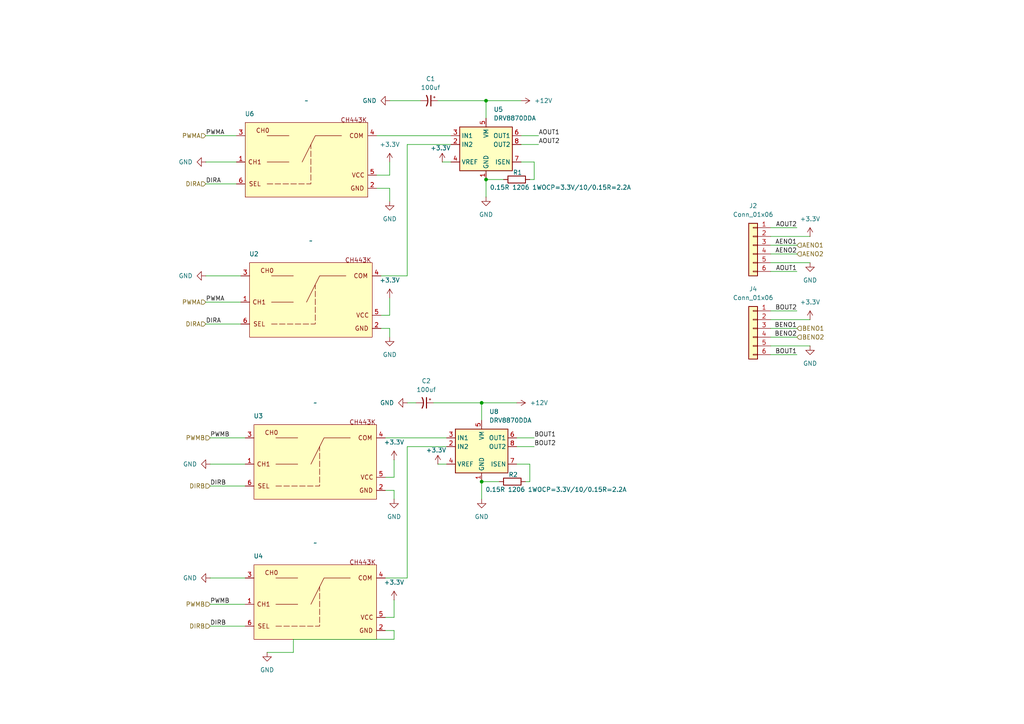
<source format=kicad_sch>
(kicad_sch (version 20241209) (generator "eeschema") (generator_version "9.0")
  (paper "A4")
  (lib_symbols
    (symbol "CH443K_1"
      (property "Reference" "U" (at -13.208 -2.54 0))
      (property "Footprint" "Package_TO_SOT_SMD:SOT-363_SC-70-6" (at 0 0 0))
      (symbol "CH443K_1_1_1"
        (rectangle (start -15.24 -3.81) (end 20.32 -25.4) (fill (type background)))
        (polyline (pts (xy -8.89 -7.62) (xy -2.54 -7.62)))
        (polyline (pts (xy -8.89 -15.24) (xy -2.54 -15.24)))
        (polyline (pts (xy -8.89 -21.59) (xy 3.81 -21.59) (xy 3.81 -10.16)) (stroke (width 0) (type dash)))
        (polyline (pts (xy 1.27 -15.24) (xy 5.08 -7.62) (xy 12.7 -7.62)))
        (text "CH1" (at -12.446 -15.24 0) (effects (font (size 1.27 1.27))))
        (text "SEL" (at -12.446 -21.59 0) (effects (font (size 1.27 1.27))))
        (text "CH0" (at -10.16 -6.096 0) (effects (font (size 1.27 1.27))))
        (text "CH443K\n" (at 16.256 -3.048 0) (effects (font (size 1.27 1.27))))
        (text "COM" (at 17.018 -7.62 0) (effects (font (size 1.27 1.27))))
        (text "GND" (at 17.272 -22.86 0) (effects (font (size 1.27 1.27))))
        (text "VCC" (at 17.526 -19.05 0) (effects (font (size 1.27 1.27))))
        (pin unspecified line (at -17.78 -7.62 0) (length 2.54) (name "") (number "3"))
        (pin unspecified line (at -17.78 -15.24 0) (length 2.54) (name "") (number "1"))
        (pin unspecified line (at -17.78 -21.59 0) (length 2.54) (name "") (number "6"))
        (pin output line (at 22.86 -7.62 180) (length 2.54) (name "") (number "4"))
        (pin unspecified line (at 22.86 -19.05 180) (length 2.54) (name "") (number "5"))
        (pin unspecified line (at 22.86 -22.86 180) (length 2.54) (name "") (number "2"))
      )
    )
    (symbol "CH443K_2"
      (property "Reference" "U" (at -13.208 -2.54 0))
      (property "Footprint" "Package_TO_SOT_SMD:SOT-363_SC-70-6" (at 0 0 0))
      (symbol "CH443K_2_1_1"
        (rectangle (start -15.24 -3.81) (end 20.32 -25.4) (fill (type background)))
        (polyline (pts (xy -8.89 -7.62) (xy -2.54 -7.62)))
        (polyline (pts (xy -8.89 -15.24) (xy -2.54 -15.24)))
        (polyline (pts (xy -8.89 -21.59) (xy 3.81 -21.59) (xy 3.81 -10.16)) (stroke (width 0) (type dash)))
        (polyline (pts (xy 1.27 -15.24) (xy 5.08 -7.62) (xy 12.7 -7.62)))
        (text "CH1" (at -12.446 -15.24 0) (effects (font (size 1.27 1.27))))
        (text "SEL" (at -12.446 -21.59 0) (effects (font (size 1.27 1.27))))
        (text "CH0" (at -10.16 -6.096 0) (effects (font (size 1.27 1.27))))
        (text "CH443K\n" (at 16.256 -3.048 0) (effects (font (size 1.27 1.27))))
        (text "COM" (at 17.018 -7.62 0) (effects (font (size 1.27 1.27))))
        (text "GND" (at 17.272 -22.86 0) (effects (font (size 1.27 1.27))))
        (text "VCC" (at 17.526 -19.05 0) (effects (font (size 1.27 1.27))))
        (pin unspecified line (at -17.78 -7.62 0) (length 2.54) (name "") (number "3"))
        (pin unspecified line (at -17.78 -15.24 0) (length 2.54) (name "") (number "1"))
        (pin unspecified line (at -17.78 -21.59 0) (length 2.54) (name "") (number "6"))
        (pin unspecified line (at 22.86 -7.62 180) (length 2.54) (name "") (number "4"))
        (pin unspecified line (at 22.86 -19.05 180) (length 2.54) (name "") (number "5"))
        (pin unspecified line (at 22.86 -22.86 180) (length 2.54) (name "") (number "2"))
      )
    )
    (symbol "CH443K_3"
      (property "Reference" "U" (at -13.208 -2.54 0))
      (property "Footprint" "Package_TO_SOT_SMD:SOT-363_SC-70-6" (at 0 0 0))
      (symbol "CH443K_3_1_1"
        (rectangle (start -15.24 -3.81) (end 20.32 -25.4) (fill (type background)))
        (polyline (pts (xy -8.89 -7.62) (xy -2.54 -7.62)))
        (polyline (pts (xy -8.89 -15.24) (xy -2.54 -15.24)))
        (polyline (pts (xy -8.89 -21.59) (xy 3.81 -21.59) (xy 3.81 -10.16)) (stroke (width 0) (type dash)))
        (polyline (pts (xy 1.27 -15.24) (xy 5.08 -7.62) (xy 12.7 -7.62)))
        (text "CH1" (at -12.446 -15.24 0) (effects (font (size 1.27 1.27))))
        (text "SEL" (at -12.446 -21.59 0) (effects (font (size 1.27 1.27))))
        (text "CH0" (at -10.16 -6.096 0) (effects (font (size 1.27 1.27))))
        (text "CH443K\n" (at 16.256 -3.048 0) (effects (font (size 1.27 1.27))))
        (text "COM" (at 17.018 -7.62 0) (effects (font (size 1.27 1.27))))
        (text "GND" (at 17.272 -22.86 0) (effects (font (size 1.27 1.27))))
        (text "VCC" (at 17.526 -19.05 0) (effects (font (size 1.27 1.27))))
        (pin unspecified line (at -17.78 -7.62 0) (length 2.54) (name "") (number "3"))
        (pin unspecified line (at -17.78 -15.24 0) (length 2.54) (name "") (number "1"))
        (pin unspecified line (at -17.78 -21.59 0) (length 2.54) (name "") (number "6"))
        (pin unspecified line (at 22.86 -7.62 180) (length 2.54) (name "") (number "4"))
        (pin unspecified line (at 22.86 -19.05 180) (length 2.54) (name "") (number "5"))
        (pin unspecified line (at 22.86 -22.86 180) (length 2.54) (name "") (number "2"))
      )
    )
    (symbol "Library:+12V" (power) (pin_numbers (hide yes)) (pin_names (offset 0) (hide yes))
      (property "Value" "+12V" (at 0 3.556 0))
      (symbol "+12V_0_1"
        (polyline (pts (xy -0.762 1.27) (xy 0 2.54)))
        (polyline (pts (xy 0 2.54) (xy 0.762 1.27)))
        (polyline (pts (xy 0 0) (xy 0 2.54)))
      )
      (symbol "+12V_1_1"
        (pin power_in line (at 0 0 90) (length 0) (name "~") (number "1"))
      )
    )
    (symbol "Library:+3.3V" (power) (pin_numbers (hide yes)) (pin_names (offset 0) (hide yes))
      (property "Value" "+3.3V" (at 0 3.556 0))
      (symbol "+3.3V_0_1"
        (polyline (pts (xy -0.762 1.27) (xy 0 2.54)))
        (polyline (pts (xy 0 2.54) (xy 0.762 1.27)))
        (polyline (pts (xy 0 0) (xy 0 2.54)))
      )
      (symbol "+3.3V_1_1"
        (pin power_in line (at 0 0 90) (length 0) (name "~") (number "1"))
      )
    )
    (symbol "Library:CH443K"
      (property "Reference" "U" (at -13.208 -2.54 0))
      (property "Footprint" "Package_TO_SOT_SMD:SOT-363_SC-70-6" (at 0 0 0))
      (symbol "CH443K_1_1"
        (rectangle (start -15.24 -3.81) (end 20.32 -25.4) (fill (type background)))
        (polyline (pts (xy -8.89 -7.62) (xy -2.54 -7.62)))
        (polyline (pts (xy -8.89 -15.24) (xy -2.54 -15.24)))
        (polyline (pts (xy -8.89 -21.59) (xy 3.81 -21.59) (xy 3.81 -10.16)) (stroke (width 0) (type dash)))
        (polyline (pts (xy 1.27 -15.24) (xy 5.08 -7.62) (xy 12.7 -7.62)))
        (text "CH1" (at -12.446 -15.24 0) (effects (font (size 1.27 1.27))))
        (text "SEL" (at -12.446 -21.59 0) (effects (font (size 1.27 1.27))))
        (text "CH0" (at -10.16 -6.096 0) (effects (font (size 1.27 1.27))))
        (text "CH443K\n" (at 16.256 -3.048 0) (effects (font (size 1.27 1.27))))
        (text "COM" (at 17.018 -7.62 0) (effects (font (size 1.27 1.27))))
        (text "GND" (at 17.272 -22.86 0) (effects (font (size 1.27 1.27))))
        (text "VCC" (at 17.526 -19.05 0) (effects (font (size 1.27 1.27))))
        (pin unspecified line (at -17.78 -7.62 0) (length 2.54) (name "") (number "3"))
        (pin unspecified line (at -17.78 -15.24 0) (length 2.54) (name "") (number "1"))
        (pin unspecified line (at -17.78 -21.59 0) (length 2.54) (name "") (number "6"))
        (pin unspecified line (at 22.86 -7.62 180) (length 2.54) (name "") (number "4"))
        (pin unspecified line (at 22.86 -19.05 180) (length 2.54) (name "") (number "5"))
        (pin unspecified line (at 22.86 -22.86 180) (length 2.54) (name "") (number "2"))
      )
    )
    (symbol "Library:C_Polarized_Small_US" (pin_numbers (hide yes)) (pin_names (offset 0.254) (hide yes))
      (property "Reference" "C" (at 0.254 1.778 0))
      (property "Value" "C_Polarized_Small_US" (at 0.254 -2.032 0))
      (symbol "C_Polarized_Small_US_0_1"
        (polyline (pts (xy -1.524 0.508) (xy 1.524 0.508)) (stroke (width 0.3048)))
        (polyline (pts (xy -1.27 1.524) (xy -0.762 1.524)))
        (polyline (pts (xy -1.016 1.27) (xy -1.016 1.778)))
        (arc (start -1.524 -0.762) (mid 0 -0.3734) (end 1.524 -0.762) (stroke (width 0.3048)))
      )
      (symbol "C_Polarized_Small_US_1_1"
        (pin passive line (at 0 2.54 270) (length 2.032) (name "~") (number "1"))
        (pin passive line (at 0 -2.54 90) (length 2.032) (name "~") (number "2"))
      )
    )
    (symbol "Library:Conn_01x06" (pin_names (offset 1.016) (hide yes))
      (property "Reference" "J" (at 0 7.62 0))
      (property "Value" "Conn_01x06" (at 0 -10.16 0))
      (symbol "Conn_01x06_1_1"
        (rectangle (start -1.27 6.35) (end 1.27 -8.89) (stroke (width 0.254)) (fill (type background)))
        (rectangle (start -1.27 5.207) (end 0 4.953) (stroke (width 0.1524)))
        (rectangle (start -1.27 2.667) (end 0 2.413) (stroke (width 0.1524)))
        (rectangle (start -1.27 0.127) (end 0 -0.127) (stroke (width 0.1524)))
        (rectangle (start -1.27 -2.413) (end 0 -2.667) (stroke (width 0.1524)))
        (rectangle (start -1.27 -4.953) (end 0 -5.207) (stroke (width 0.1524)))
        (rectangle (start -1.27 -7.493) (end 0 -7.747) (stroke (width 0.1524)))
        (pin passive line (at -5.08 5.08 0) (length 3.81) (name "Pin_1") (number "1"))
        (pin passive line (at -5.08 2.54 0) (length 3.81) (name "Pin_2") (number "2"))
        (pin passive line (at -5.08 0 0) (length 3.81) (name "Pin_3") (number "3"))
        (pin passive line (at -5.08 -2.54 0) (length 3.81) (name "Pin_4") (number "4"))
        (pin passive line (at -5.08 -5.08 0) (length 3.81) (name "Pin_5") (number "5"))
        (pin passive line (at -5.08 -7.62 0) (length 3.81) (name "Pin_6") (number "6"))
      )
    )
    (symbol "Library:DRV8870DDA"
      (property "Reference" "U" (at -6.35 6.35 0))
      (property "Value" "DRV8870DDA" (at 8.89 6.35 0))
      (symbol "DRV8870DDA_0_1"
        (rectangle (start -7.62 5.08) (end 7.62 -7.62) (stroke (width 0.254)) (fill (type background)))
      )
      (symbol "DRV8870DDA_1_1"
        (pin input line (at -10.16 2.54 0) (length 2.54) (name "IN1") (number "3"))
        (pin input line (at -10.16 0 0) (length 2.54) (name "IN2") (number "2"))
        (pin input line (at -10.16 -5.08 0) (length 2.54) (name "VREF") (number "4"))
        (pin power_in line (at 0 7.62 270) (length 2.54) (name "VM") (number "5"))
        (pin power_in line (at 0 -10.16 90) (length 2.54) (name "GND") (number "1"))
        (pin passive line (at 0 -10.16 90) (length 2.54) (hide yes) (name "GND") (number "9"))
        (pin output line (at 10.16 2.54 180) (length 2.54) (name "OUT1") (number "6"))
        (pin output line (at 10.16 0 180) (length 2.54) (name "OUT2") (number "8"))
        (pin passive line (at 10.16 -5.08 180) (length 2.54) (name "ISEN") (number "7"))
      )
    )
    (symbol "Library:GND" (power) (pin_numbers (hide yes)) (pin_names (offset 0) (hide yes))
      (property "Value" "GND" (at 0 -3.81 0))
      (symbol "GND_0_1"
        (polyline (pts (xy 0 0) (xy 0 -1.27) (xy 1.27 -1.27) (xy 0 -2.54) (xy -1.27 -1.27) (xy 0 -1.27)))
      )
      (symbol "GND_1_1"
        (pin power_in line (at 0 0 270) (length 0) (name "~") (number "1"))
      )
    )
    (symbol "Library:R" (pin_numbers (hide yes)) (pin_names (offset 0))
      (property "Reference" "R" (at 2.032 0 90))
      (property "Value" "R" (at 0 0 90))
      (symbol "R_0_1"
        (rectangle (start -1.016 -2.54) (end 1.016 2.54) (stroke (width 0.254)))
      )
      (symbol "R_1_1"
        (pin passive line (at 0 3.81 270) (length 1.27) (name "~") (number "1"))
        (pin passive line (at 0 -3.81 90) (length 1.27) (name "~") (number "2"))
      )
    )
  )
  (junction (at 139.7 139.7))
  (junction (at 140.97 29.21))
  (junction (at 139.7 116.84))
  (junction (at 140.97 52.07))
  (wire (pts (xy 130.81 41.91) (xy 118.11 41.91)))
  (wire (pts (xy 154.94 46.99) (xy 154.94 52.07)))
  (wire (pts (xy 111.76 179.07) (xy 114.3 179.07)))
  (wire (pts (xy 60.96 175.26) (xy 71.12 175.26)))
  (wire (pts (xy 140.97 34.29) (xy 140.97 29.21)))
  (wire (pts (xy 59.69 87.63) (xy 69.85 87.63)))
  (wire (pts (xy 149.86 127) (xy 154.94 127)))
  (wire (pts (xy 118.11 167.64) (xy 111.76 167.64)))
  (wire (pts (xy 110.49 95.25) (xy 113.03 95.25)))
  (wire (pts (xy 113.03 95.25) (xy 113.03 97.79)))
  (wire (pts (xy 59.69 93.98) (xy 69.85 93.98)))
  (wire (pts (xy 60.96 127) (xy 71.12 127)))
  (wire (pts (xy 151.13 41.91) (xy 156.21 41.91)))
  (wire (pts (xy 59.69 46.99) (xy 68.58 46.99)))
  (wire (pts (xy 139.7 121.92) (xy 139.7 116.84)))
  (wire (pts (xy 85.09 185.42) (xy 85.09 189.23)))
  (wire (pts (xy 129.54 129.54) (xy 118.11 129.54)))
  (wire (pts (xy 59.69 39.37) (xy 68.58 39.37)))
  (wire (pts (xy 139.7 116.84) (xy 149.86 116.84)))
  (wire (pts (xy 59.69 53.34) (xy 68.58 53.34)))
  (wire (pts (xy 109.22 50.8) (xy 113.03 50.8)))
  (wire (pts (xy 114.3 185.42) (xy 85.09 185.42)))
  (wire (pts (xy 60.96 181.61) (xy 71.12 181.61)))
  (wire (pts (xy 109.22 39.37) (xy 130.81 39.37)))
  (wire (pts (xy 127 134.62) (xy 129.54 134.62)))
  (wire (pts (xy 223.52 71.12) (xy 231.14 71.12)))
  (wire (pts (xy 151.13 46.99) (xy 154.94 46.99)))
  (wire (pts (xy 111.76 127) (xy 129.54 127)))
  (wire (pts (xy 118.11 41.91) (xy 118.11 80.01)))
  (wire (pts (xy 153.67 139.7) (xy 152.4 139.7)))
  (wire (pts (xy 223.52 95.25) (xy 231.14 95.25)))
  (wire (pts (xy 118.11 80.01) (xy 110.49 80.01)))
  (wire (pts (xy 59.69 80.01) (xy 69.85 80.01)))
  (wire (pts (xy 149.86 129.54) (xy 154.94 129.54)))
  (wire (pts (xy 149.86 134.62) (xy 153.67 134.62)))
  (wire (pts (xy 140.97 52.07) (xy 140.97 57.15)))
  (wire (pts (xy 153.67 134.62) (xy 153.67 139.7)))
  (wire (pts (xy 111.76 182.88) (xy 114.3 182.88)))
  (wire (pts (xy 114.3 138.43) (xy 114.3 133.35)))
  (wire (pts (xy 127 29.21) (xy 140.97 29.21)))
  (wire (pts (xy 223.52 76.2) (xy 234.95 76.2)))
  (wire (pts (xy 140.97 29.21) (xy 151.13 29.21)))
  (wire (pts (xy 60.96 167.64) (xy 71.12 167.64)))
  (wire (pts (xy 146.05 52.07) (xy 140.97 52.07)))
  (wire (pts (xy 110.49 91.44) (xy 113.03 91.44)))
  (wire (pts (xy 223.52 68.58) (xy 234.95 68.58)))
  (wire (pts (xy 114.3 182.88) (xy 114.3 185.42)))
  (wire (pts (xy 139.7 139.7) (xy 139.7 144.78)))
  (wire (pts (xy 111.76 142.24) (xy 114.3 142.24)))
  (wire (pts (xy 85.09 189.23) (xy 77.47 189.23)))
  (wire (pts (xy 113.03 29.21) (xy 121.92 29.21)))
  (wire (pts (xy 113.03 91.44) (xy 113.03 86.36)))
  (wire (pts (xy 118.11 129.54) (xy 118.11 167.64)))
  (wire (pts (xy 223.52 66.04) (xy 231.14 66.04)))
  (wire (pts (xy 154.94 52.07) (xy 153.67 52.07)))
  (wire (pts (xy 151.13 39.37) (xy 156.21 39.37)))
  (wire (pts (xy 114.3 179.07) (xy 114.3 173.99)))
  (wire (pts (xy 223.52 97.79) (xy 231.14 97.79)))
  (wire (pts (xy 113.03 46.99) (xy 113.03 50.8)))
  (wire (pts (xy 223.52 78.74) (xy 231.14 78.74)))
  (wire (pts (xy 114.3 142.24) (xy 114.3 144.78)))
  (wire (pts (xy 223.52 100.33) (xy 234.95 100.33)))
  (wire (pts (xy 113.03 54.61) (xy 113.03 58.42)))
  (wire (pts (xy 223.52 73.66) (xy 231.14 73.66)))
  (wire (pts (xy 223.52 92.71) (xy 234.95 92.71)))
  (wire (pts (xy 118.11 116.84) (xy 120.65 116.84)))
  (wire (pts (xy 109.22 54.61) (xy 113.03 54.61)))
  (wire (pts (xy 223.52 102.87) (xy 231.14 102.87)))
  (wire (pts (xy 125.73 116.84) (xy 139.7 116.84)))
  (wire (pts (xy 111.76 138.43) (xy 114.3 138.43)))
  (wire (pts (xy 60.96 140.97) (xy 71.12 140.97)))
  (wire (pts (xy 223.52 90.17) (xy 231.14 90.17)))
  (wire (pts (xy 128.27 46.99) (xy 130.81 46.99)))
  (wire (pts (xy 60.96 134.62) (xy 71.12 134.62)))
  (wire (pts (xy 144.78 139.7) (xy 139.7 139.7)))
  (label "BOUT2" (at 231.14 90.17 180))
  (label "AENO1" (at 231.14 71.12 180))
  (label "BOUT2" (at 154.94 129.54 0))
  (label "BENO2" (at 231.14 97.79 180))
  (label "DIRA" (at 59.69 93.98 0))
  (label "BENO1" (at 231.14 95.25 180))
  (label "PWMB" (at 60.96 127 0))
  (label "AENO2" (at 231.14 73.66 180))
  (label "DIRB" (at 60.96 140.97 0))
  (label "BOUT1" (at 154.94 127 0))
  (label "AOUT1" (at 231.14 78.74 180))
  (label "DIRA" (at 59.69 53.34 0))
  (label "PWMA" (at 59.69 39.37 0))
  (label "AOUT2" (at 231.14 66.04 180))
  (label "PWMB" (at 60.96 175.26 0))
  (label "AOUT1" (at 156.21 39.37 0))
  (label "AOUT2" (at 156.21 41.91 0))
  (label "PWMA" (at 59.69 87.63 0))
  (label "BOUT1" (at 231.14 102.87 180))
  (label "DIRB" (at 60.96 181.61 0))
  (hierarchical_label "PWMB" (shape input) (at 60.96 175.26 180))
  (hierarchical_label "DIRB" (shape input) (at 60.96 181.61 180))
  (hierarchical_label "DIRA" (shape input) (at 59.69 53.34 180))
  (hierarchical_label "PWMA" (shape input) (at 59.69 87.63 180))
  (hierarchical_label "DIRB" (shape input) (at 60.96 140.97 180))
  (hierarchical_label "AENO1" (shape input) (at 231.14 71.12 0))
  (hierarchical_label "PWMB" (shape input) (at 60.96 127 180))
  (hierarchical_label "AENO2" (shape input) (at 231.14 73.66 0))
  (hierarchical_label "BENO2" (shape input) (at 231.14 97.79 0))
  (hierarchical_label "BENO1" (shape input) (at 231.14 95.25 0))
  (hierarchical_label "DIRA" (shape input) (at 59.69 93.98 180))
  (hierarchical_label "PWMA" (shape input) (at 59.69 39.37 180))
  (symbol (lib_id "Library:+12V") (at 149.86 116.84 270) (unit 1)
    (property "Reference" "#PWR015" (effects (hide yes)))
    (property "Value" "+12V" (at 153.67 116.8399 90) (effects (justify left)))
    (property "Description" "Power symbol creates a global label with name \"+12V\"" (effects (hide yes)))
  )
  (symbol (lib_id "Library:C_Polarized_Small_US") (at 123.19 116.84 270) (unit 1)
    (property "Reference" "C2" (at 123.6218 110.49 90))
    (property "Value" "100uf" (at 123.6218 113.03 90))
    (property "Footprint" "Capacitor_SMD:CP_Elec_6.3x7.7" (effects (hide yes)))
    (property "Description" "Polarized capacitor, small US symbol" (effects (hide yes)))
  )
  (symbol (lib_id "Library:+3.3V") (at 234.95 92.71 0) (unit 1)
    (property "Reference" "#PWR025" (effects (hide yes)))
    (property "Value" "+3.3V" (at 234.95 87.63 0))
    (property "Description" "Power symbol creates a global label with name \"+3.3V\"" (effects (hide yes)))
  )
  (symbol (lib_id "Library:+3.3V") (at 113.03 86.36 0) (unit 1)
    (property "Reference" "#PWR08" (effects (hide yes)))
    (property "Value" "+3.3V" (at 113.03 81.28 0))
    (property "Description" "Power symbol creates a global label with name \"+3.3V\"" (effects (hide yes)))
  )
  (symbol (lib_id "Library:GND") (at 234.95 76.2 0) (unit 1)
    (property "Reference" "#PWR024" (effects (hide yes)))
    (property "Value" "GND" (at 234.95 81.28 0))
    (property "Description" "Power symbol creates a global label with name \"GND\" , ground" (effects (hide yes)))
  )
  (symbol (lib_id "Library:GND") (at 140.97 57.15 0) (unit 1)
    (property "Reference" "#PWR012" (effects (hide yes)))
    (property "Value" "GND" (at 140.97 62.23 0))
    (property "Description" "Power symbol creates a global label with name \"GND\" , ground" (effects (hide yes)))
  )
  (symbol (lib_id "Library:GND") (at 118.11 116.84 270) (unit 1)
    (property "Reference" "#PWR016" (effects (hide yes)))
    (property "Value" "GND" (at 114.3 116.8399 90) (effects (justify right)))
    (property "Description" "Power symbol creates a global label with name \"GND\" , ground" (effects (hide yes)))
  )
  (symbol (lib_id "Library:GND") (at 114.3 144.78 0) (unit 1)
    (property "Reference" "#PWR018" (effects (hide yes)))
    (property "Value" "GND" (at 114.3 149.86 0))
    (property "Description" "Power symbol creates a global label with name \"GND\" , ground" (effects (hide yes)))
  )
  (symbol (lib_id "Library:R") (at 148.59 139.7 90) (unit 1)
    (property "Reference" "R2" (at 148.844 137.668 90))
    (property "Value" "0.15R 1206 1WOCP=3.3V/10/0.15R=2.2A" (at 161.29 141.986 90))
    (property "Footprint" "Resistor_SMD:R_1206_3216Metric" (effects (hide yes)))
    (property "Description" "Resistor" (effects (hide yes)))
  )
  (symbol (lib_id "Library:GND") (at 60.96 134.62 270) (unit 1)
    (property "Reference" "#PWR04" (effects (hide yes)))
    (property "Value" "GND" (at 57.15 134.6199 90) (effects (justify right)))
    (property "Description" "Power symbol creates a global label with name \"GND\" , ground" (effects (hide yes)))
  )
  (symbol (lib_id "Library:GND") (at 59.69 46.99 270) (unit 1)
    (property "Reference" "#PWR01" (effects (hide yes)))
    (property "Value" "GND" (at 55.88 46.9899 90) (effects (justify right)))
    (property "Description" "Power symbol creates a global label with name \"GND\" , ground" (effects (hide yes)))
  )
  (symbol (lib_id "Library:DRV8870DDA") (at 139.7 129.54 0) (unit 1)
    (property "Reference" "U8" (at 141.8941 119.38 0) (effects (justify left)))
    (property "Value" "DRV8870DDA" (at 141.8941 121.92 0) (effects (justify left)))
    (property "Footprint" "Package_SO:Texas_HTSOP-8-1EP_3.9x4.9mm_P1.27mm_EP2.95x4.9mm_Mask2.4x3.1mm_ThermalVias" (effects (hide yes)))
    (property "Datasheet" "http://www.ti.com/lit/ds/symlink/drv8870.pdf" (effects (hide yes)))
    (property "Description" "Brushed DC Motor Driver, PWM Control, 45V, 3.6A, Dynamic current limiting, HTSOP-8" (effects (hide yes)))
  )
  (symbol (lib_id "Library:GND") (at 113.03 29.21 270) (unit 1)
    (property "Reference" "#PWR011" (effects (hide yes)))
    (property "Value" "GND" (at 109.22 29.2099 90) (effects (justify right)))
    (property "Description" "Power symbol creates a global label with name \"GND\" , ground" (effects (hide yes)))
  )
  (symbol (lib_id "Library:R") (at 149.86 52.07 90) (unit 1)
    (property "Reference" "R1" (at 150.114 50.038 90))
    (property "Value" "0.15R 1206 1WOCP=3.3V/10/0.15R=2.2A" (at 162.56 54.356 90))
    (property "Footprint" "Resistor_SMD:R_1206_3216Metric" (effects (hide yes)))
    (property "Description" "Resistor" (effects (hide yes)))
  )
  (symbol (lib_id "Library:GND") (at 113.03 97.79 0) (unit 1)
    (property "Reference" "#PWR09" (effects (hide yes)))
    (property "Value" "GND" (at 113.03 102.87 0))
    (property "Description" "Power symbol creates a global label with name \"GND\" , ground" (effects (hide yes)))
  )
  (symbol (lib_id "Library:+12V") (at 151.13 29.21 270) (unit 1)
    (property "Reference" "#PWR010" (effects (hide yes)))
    (property "Value" "+12V" (at 154.94 29.2099 90) (effects (justify left)))
    (property "Description" "Power symbol creates a global label with name \"+12V\"" (effects (hide yes)))
  )
  (symbol (lib_id "Library:+3.3V") (at 113.03 46.99 0) (unit 1)
    (property "Reference" "#PWR06" (effects (hide yes)))
    (property "Value" "+3.3V" (at 113.03 41.91 0))
    (property "Description" "Power symbol creates a global label with name \"+3.3V\"" (effects (hide yes)))
  )
  (symbol (lib_id "Library:+3.3V") (at 127 134.62 0) (unit 1)
    (property "Reference" "#PWR013" (effects (hide yes)))
    (property "Value" "+3.3V" (at 126.492 130.556 0))
    (property "Description" "Power symbol creates a global label with name \"+3.3V\"" (effects (hide yes)))
  )
  (symbol (lib_id "Library:GND") (at 60.96 167.64 270) (unit 1)
    (property "Reference" "#PWR03" (effects (hide yes)))
    (property "Value" "GND" (at 57.15 167.6399 90) (effects (justify right)))
    (property "Description" "Power symbol creates a global label with name \"GND\" , ground" (effects (hide yes)))
  )
  (symbol (lib_id "Library:GND") (at 77.47 189.23 0) (unit 1)
    (property "Reference" "#PWR020" (effects (hide yes)))
    (property "Value" "GND" (at 77.47 194.31 0))
    (property "Description" "Power symbol creates a global label with name \"GND\" , ground" (effects (hide yes)))
  )
  (symbol (lib_name "CH443K_1") (lib_id "Library:CH443K_1") (at 86.36 31.75 0) (unit 1)
    (property "Reference" "U6" (at 72.39 33.02 0))
    (property "Value" "~" (at 88.9 29.21 0))
    (property "Footprint" "Package_TO_SOT_SMD:SOT-363_SC-70-6" (effects (hide yes)))
  )
  (symbol (lib_id "Library:+3.3V") (at 114.3 173.99 0) (unit 1)
    (property "Reference" "#PWR019" (effects (hide yes)))
    (property "Value" "+3.3V" (at 114.3 168.91 0))
    (property "Description" "Power symbol creates a global label with name \"+3.3V\"" (effects (hide yes)))
  )
  (symbol (lib_id "Library:C_Polarized_Small_US") (at 124.46 29.21 270) (unit 1)
    (property "Reference" "C1" (at 124.8918 22.86 90))
    (property "Value" "100uf" (at 124.8918 25.4 90))
    (property "Footprint" "Capacitor_SMD:CP_Elec_6.3x7.7" (effects (hide yes)))
    (property "Description" "Polarized capacitor, small US symbol" (effects (hide yes)))
  )
  (symbol (lib_name "CH443K_3") (lib_id "Library:CH443K_3") (at 88.9 119.38 0) (unit 1)
    (property "Reference" "U3" (at 74.93 120.65 0))
    (property "Value" "~" (at 91.44 116.84 0))
    (property "Footprint" "Package_TO_SOT_SMD:SOT-363_SC-70-6" (effects (hide yes)))
  )
  (symbol (lib_id "Library:Conn_01x06") (at 218.44 95.25 0) (mirror y) (unit 1)
    (property "Reference" "J4" (at 218.44 83.82 0))
    (property "Value" "Conn_01x06" (at 218.44 86.36 0))
    (property "Footprint" "Connector_JST:JST_XH_S6B-XH-A_1x06_P2.50mm_Horizontal" (effects (hide yes)))
    (property "Description" "Generic connector, single row, 01x06, script generated (kicad-library-utils/schlib/autogen/connector/)" (effects (hide yes)))
  )
  (symbol (lib_id "Library:GND") (at 59.69 80.01 270) (unit 1)
    (property "Reference" "#PWR02" (effects (hide yes)))
    (property "Value" "GND" (at 55.88 80.0099 90) (effects (justify right)))
    (property "Description" "Power symbol creates a global label with name \"GND\" , ground" (effects (hide yes)))
  )
  (symbol (lib_id "Library:+3.3V") (at 114.3 133.35 0) (unit 1)
    (property "Reference" "#PWR017" (effects (hide yes)))
    (property "Value" "+3.3V" (at 114.3 128.27 0))
    (property "Description" "Power symbol creates a global label with name \"+3.3V\"" (effects (hide yes)))
  )
  (symbol (lib_id "Library:DRV8870DDA") (at 140.97 41.91 0) (unit 1)
    (property "Reference" "U5" (at 143.1641 31.75 0) (effects (justify left)))
    (property "Value" "DRV8870DDA" (at 143.1641 34.29 0) (effects (justify left)))
    (property "Footprint" "Package_SO:Texas_HTSOP-8-1EP_3.9x4.9mm_P1.27mm_EP2.95x4.9mm_Mask2.4x3.1mm_ThermalVias" (effects (hide yes)))
    (property "Datasheet" "http://www.ti.com/lit/ds/symlink/drv8870.pdf" (effects (hide yes)))
    (property "Description" "Brushed DC Motor Driver, PWM Control, 45V, 3.6A, Dynamic current limiting, HTSOP-8" (effects (hide yes)))
  )
  (symbol (lib_id "Library:+3.3V") (at 234.95 68.58 0) (unit 1)
    (property "Reference" "#PWR023" (effects (hide yes)))
    (property "Value" "+3.3V" (at 234.95 63.5 0))
    (property "Description" "Power symbol creates a global label with name \"+3.3V\"" (effects (hide yes)))
  )
  (symbol (lib_id "Library:GND") (at 113.03 58.42 0) (unit 1)
    (property "Reference" "#PWR05" (effects (hide yes)))
    (property "Value" "GND" (at 113.03 63.5 0))
    (property "Description" "Power symbol creates a global label with name \"GND\" , ground" (effects (hide yes)))
  )
  (symbol (lib_name "CH443K_2") (lib_id "Library:CH443K_2") (at 87.63 72.39 0) (unit 1)
    (property "Reference" "U2" (at 73.66 73.66 0))
    (property "Value" "~" (at 90.17 69.85 0))
    (property "Footprint" "Package_TO_SOT_SMD:SOT-363_SC-70-6" (effects (hide yes)))
  )
  (symbol (lib_id "Library:Conn_01x06") (at 218.44 71.12 0) (mirror y) (unit 1)
    (property "Reference" "J2" (at 218.44 59.69 0))
    (property "Value" "Conn_01x06" (at 218.44 62.23 0))
    (property "Footprint" "Connector_JST:JST_XH_S6B-XH-A_1x06_P2.50mm_Horizontal" (effects (hide yes)))
    (property "Description" "Generic connector, single row, 01x06, script generated (kicad-library-utils/schlib/autogen/connector/)" (effects (hide yes)))
  )
  (symbol (lib_id "Library:+3.3V") (at 128.27 46.99 0) (unit 1)
    (property "Reference" "#PWR07" (effects (hide yes)))
    (property "Value" "+3.3V" (at 127.762 42.926 0))
    (property "Description" "Power symbol creates a global label with name \"+3.3V\"" (effects (hide yes)))
  )
  (symbol (lib_id "Library:CH443K") (at 88.9 160.02 0) (unit 1)
    (property "Reference" "U4" (at 74.93 161.29 0))
    (property "Value" "~" (at 91.44 157.48 0))
    (property "Footprint" "Package_TO_SOT_SMD:SOT-363_SC-70-6" (effects (hide yes)))
  )
  (symbol (lib_id "Library:GND") (at 234.95 100.33 0) (unit 1)
    (property "Reference" "#PWR026" (effects (hide yes)))
    (property "Value" "GND" (at 234.95 105.41 0))
    (property "Description" "Power symbol creates a global label with name \"GND\" , ground" (effects (hide yes)))
  )
  (symbol (lib_id "Library:GND") (at 139.7 144.78 0) (unit 1)
    (property "Reference" "#PWR014" (effects (hide yes)))
    (property "Value" "GND" (at 139.7 149.86 0))
    (property "Description" "Power symbol creates a global label with name \"GND\" , ground" (effects (hide yes)))
  )
)
</source>
